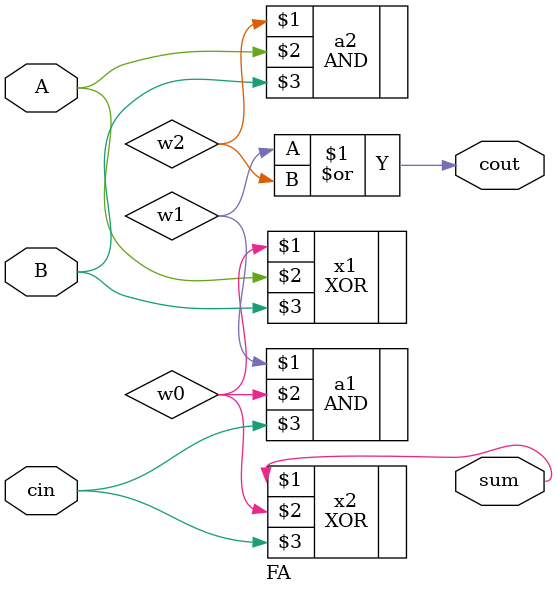
<source format=v>
`timescale 1ns / 1ps


module FA(output cout, sum,
          input A, B, cin);
    wire w0, w1, w2, w3;
    
    XOR x1 (w0, A, B);
    XOR x2 (sum, w0, cin);
    AND a1 (w1, w0, cin);
    AND a2 (w2, A, B);
    nor n1 (w3, w1, w2);
    nand n2 (cout, w3, w3);
endmodule

</source>
